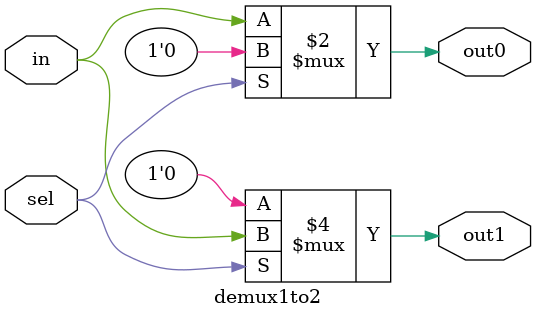
<source format=v>
module demux1to2 (
    input wire in,
    input wire sel,
    output wire out0,
    output wire out1
);

    assign out0 = (sel == 1'b0) ? in : 1'b0;
    assign out1 = (sel == 1'b1) ? in : 1'b0;
endmodule
</source>
